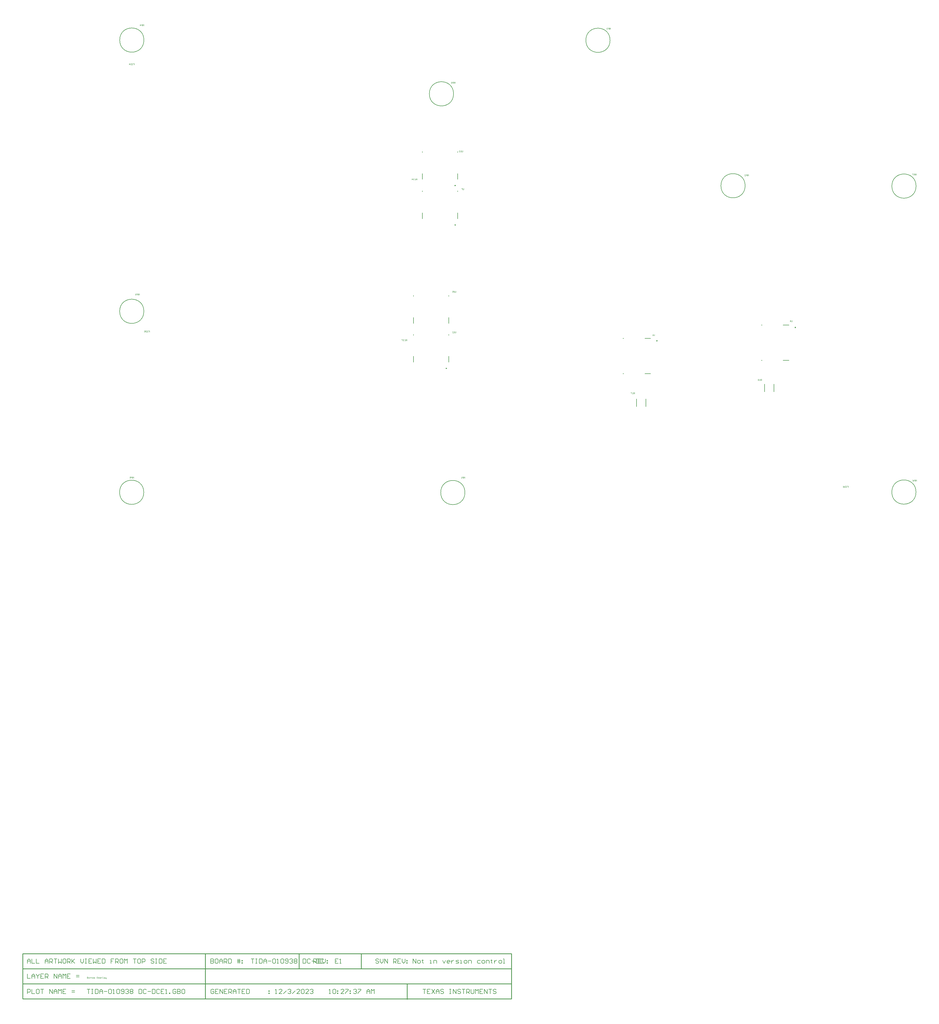
<source format=gbo>
G04*
G04 #@! TF.GenerationSoftware,Altium Limited,Altium Designer,23.1.1 (15)*
G04*
G04 Layer_Color=32896*
%FSAX44Y44*%
%MOMM*%
G71*
G04*
G04 #@! TF.SameCoordinates,A3571568-9A21-437D-865F-2304E57EA7B7*
G04*
G04*
G04 #@! TF.FilePolarity,Positive*
G04*
G01*
G75*
%ADD12C,0.2500*%
%ADD19C,0.1500*%
%ADD21C,0.1250*%
%ADD22C,0.2540*%
%ADD28C,0.2032*%
G54D12*
X02328317Y00615103D02*
G03*
X02328317Y00615103I-00001250J00000000D01*
G01*
X01853406Y00569345D02*
G03*
X01853406Y00569345I-00001250J00000000D01*
G01*
X01161081Y00966789D02*
G03*
X01161081Y00966789I-00001250J00000000D01*
G01*
Y01102000D02*
G03*
X01161081Y01102000I-00001250J00000000D01*
G01*
X01130624Y00474737D02*
G03*
X01130624Y00474737I-00001250J00000000D01*
G01*
G54D19*
X00091504Y00670459D02*
G03*
X00091504Y00670459I-00041500J00000000D01*
G01*
X01193338Y00048695D02*
G03*
X01193338Y00048695I-00041500J00000000D01*
G01*
X02154931Y01101228D02*
G03*
X02154931Y01101228I-00041500J00000000D01*
G01*
X01691355Y01600172D02*
G03*
X01691355Y01600172I-00041500J00000000D01*
G01*
X00091673Y01600894D02*
G03*
X00091673Y01600894I-00041500J00000000D01*
G01*
X00091216Y00049603D02*
G03*
X00091216Y00049603I-00041500J00000000D01*
G01*
X02741305Y00050346D02*
G03*
X02741305Y00050346I-00041500J00000000D01*
G01*
X02741500Y01100000D02*
G03*
X02741500Y01100000I-00041500J00000000D01*
G01*
X01154271Y01416528D02*
G03*
X01154271Y01416528I-00041500J00000000D01*
G01*
X02285572Y00623603D02*
X02305817D01*
X02210317D02*
X02212917D01*
X02285572Y00502603D02*
X02305817D01*
X02210317D02*
X02212917D01*
X01016874Y00722056D02*
Y00724656D01*
Y00629156D02*
Y00649401D01*
X01137875Y00722056D02*
Y00724656D01*
Y00629156D02*
Y00649401D01*
X02253915Y00394378D02*
Y00420878D01*
X02221415Y00394378D02*
Y00420878D01*
X01782171Y00343583D02*
Y00370083D01*
X01814671Y00343583D02*
Y00370083D01*
X01735406Y00456845D02*
X01738006D01*
X01810661D02*
X01830906D01*
X01735406Y00577845D02*
X01738006D01*
X01810661D02*
X01830906D01*
X01168332Y00988039D02*
Y01008284D01*
Y01080939D02*
Y01083539D01*
X01047331Y00988039D02*
Y01008284D01*
Y01080939D02*
Y01083539D01*
Y01216150D02*
Y01218749D01*
Y01123250D02*
Y01143494D01*
X01168332Y01216150D02*
Y01218749D01*
Y01123250D02*
Y01143494D01*
X01137875Y00495987D02*
Y00516232D01*
Y00588887D02*
Y00591487D01*
X01016874Y00495987D02*
Y00516232D01*
Y00588887D02*
Y00591487D01*
G54D21*
X-00103442Y-01613059D02*
Y-01618057D01*
X-00100943D01*
X-00100110Y-01617224D01*
Y-01616391D01*
X-00100943Y-01615558D01*
X-00103442D01*
X-00100943D01*
X-00100110Y-01614725D01*
Y-01613892D01*
X-00100943Y-01613059D01*
X-00103442D01*
X-00097611Y-01618057D02*
X-00095944D01*
X-00095111Y-01617224D01*
Y-01615558D01*
X-00095944Y-01614725D01*
X-00097611D01*
X-00098444Y-01615558D01*
Y-01617224D01*
X-00097611Y-01618057D01*
X-00092612Y-01613892D02*
Y-01614725D01*
X-00093445D01*
X-00091779D01*
X-00092612D01*
Y-01617224D01*
X-00091779Y-01618057D01*
X-00088447Y-01613892D02*
Y-01614725D01*
X-00089280D01*
X-00087614D01*
X-00088447D01*
Y-01617224D01*
X-00087614Y-01618057D01*
X-00084282D02*
X-00082615D01*
X-00081782Y-01617224D01*
Y-01615558D01*
X-00082615Y-01614725D01*
X-00084282D01*
X-00085115Y-01615558D01*
Y-01617224D01*
X-00084282Y-01618057D01*
X-00080116D02*
Y-01614725D01*
X-00079283D01*
X-00078450Y-01615558D01*
Y-01618057D01*
Y-01615558D01*
X-00077617Y-01614725D01*
X-00076784Y-01615558D01*
Y-01618057D01*
X-00067620Y-01613059D02*
X-00069286D01*
X-00070120Y-01613892D01*
Y-01617224D01*
X-00069286Y-01618057D01*
X-00067620D01*
X-00066787Y-01617224D01*
Y-01613892D01*
X-00067620Y-01613059D01*
X-00065121Y-01614725D02*
X-00063455Y-01618057D01*
X-00061789Y-01614725D01*
X-00057624Y-01618057D02*
X-00059290D01*
X-00060123Y-01617224D01*
Y-01615558D01*
X-00059290Y-01614725D01*
X-00057624D01*
X-00056790Y-01615558D01*
Y-01616391D01*
X-00060123D01*
X-00055124Y-01614725D02*
Y-01618057D01*
Y-01616391D01*
X-00054291Y-01615558D01*
X-00053458Y-01614725D01*
X-00052625D01*
X-00050126Y-01618057D02*
X-00048460D01*
X-00049293D01*
Y-01613059D01*
X-00050126D01*
X-00045128Y-01614725D02*
X-00043462D01*
X-00042628Y-01615558D01*
Y-01618057D01*
X-00045128D01*
X-00045961Y-01617224D01*
X-00045128Y-01616391D01*
X-00042628D01*
X-00040962Y-01614725D02*
Y-01617224D01*
X-00040129Y-01618057D01*
X-00037630D01*
Y-01618890D01*
X-00038463Y-01619724D01*
X-00039296D01*
X-00037630Y-01618057D02*
Y-01614725D01*
X02505415Y00071191D02*
X02508747D01*
Y00068692D01*
X02507081D01*
X02508747D01*
Y00066192D01*
X02503749Y00071191D02*
X02502083D01*
X02502916D01*
Y00066192D01*
X02503749D01*
X02502083D01*
X02499583Y00071191D02*
Y00066192D01*
X02497084D01*
X02496251Y00067025D01*
Y00070358D01*
X02497084Y00071191D01*
X02499583D01*
X02491253D02*
X02492919Y00070358D01*
X02494585Y00068692D01*
Y00067025D01*
X02493752Y00066192D01*
X02492086D01*
X02491253Y00067025D01*
Y00067858D01*
X02492086Y00068692D01*
X02494585D01*
X00107220Y00603627D02*
X00110553D01*
Y00601128D01*
X00108886D01*
X00110553D01*
Y00598629D01*
X00105554Y00603627D02*
X00103888D01*
X00104721D01*
Y00598629D01*
X00105554D01*
X00103888D01*
X00101389Y00603627D02*
Y00598629D01*
X00098890D01*
X00098057Y00599462D01*
Y00602794D01*
X00098890Y00603627D01*
X00101389D01*
X00093058D02*
X00096390D01*
Y00601128D01*
X00094724Y00601961D01*
X00093891D01*
X00093058Y00601128D01*
Y00599462D01*
X00093891Y00598629D01*
X00095557D01*
X00096390Y00599462D01*
X00055088Y01520914D02*
X00058421D01*
Y01518415D01*
X00056754D01*
X00058421D01*
Y01515916D01*
X00053422Y01520914D02*
X00051756D01*
X00052589D01*
Y01515916D01*
X00053422D01*
X00051756D01*
X00049257Y01520914D02*
Y01515916D01*
X00046758D01*
X00045925Y01516749D01*
Y01520081D01*
X00046758Y01520914D01*
X00049257D01*
X00041759Y01515916D02*
Y01520914D01*
X00044259Y01518415D01*
X00040926D01*
X00076106Y00725488D02*
Y00730486D01*
X00074440Y00728820D01*
X00072774Y00730486D01*
Y00725488D01*
X00071108D02*
Y00730486D01*
X00068609D01*
X00067776Y00729653D01*
Y00727987D01*
X00068609Y00727154D01*
X00071108D01*
X00066110Y00726321D02*
X00065277Y00725488D01*
X00063611D01*
X00062777Y00726321D01*
Y00729653D01*
X00063611Y00730486D01*
X00065277D01*
X00066110Y00729653D01*
Y00728820D01*
X00065277Y00727987D01*
X00062777D01*
X01162774Y00739905D02*
Y00735740D01*
X01161941Y00734906D01*
X01160275D01*
X01159442Y00735740D01*
Y00739905D01*
X01157776Y00734906D02*
X01156110D01*
X01156943D01*
Y00739905D01*
X01157776Y00739072D01*
X01150278Y00739905D02*
X01153611D01*
Y00737406D01*
X01151944Y00738239D01*
X01151111D01*
X01150278Y00737406D01*
Y00735740D01*
X01151111Y00734906D01*
X01152777D01*
X01153611Y00735740D01*
X01159514Y01452501D02*
Y01457499D01*
X01157848Y01455833D01*
X01156182Y01457499D01*
Y01452501D01*
X01154516D02*
Y01457499D01*
X01152017D01*
X01151184Y01456666D01*
Y01455000D01*
X01152017Y01454167D01*
X01154516D01*
X01149518Y01456666D02*
X01148685Y01457499D01*
X01147019D01*
X01146186Y01456666D01*
Y01455833D01*
X01147019Y01455000D01*
X01146186Y01454167D01*
Y01453334D01*
X01147019Y01452501D01*
X01148685D01*
X01149518Y01453334D01*
Y01454167D01*
X01148685Y01455000D01*
X01149518Y01455833D01*
Y01456666D01*
X01148685Y01455000D02*
X01147019D01*
X00993747Y00569143D02*
Y00574141D01*
X00991248D01*
X00990415Y00573308D01*
Y00571642D01*
X00991248Y00570809D01*
X00993747D01*
X00992081D02*
X00990415Y00569143D01*
X00988749D02*
X00987083D01*
X00987916D01*
Y00574141D01*
X00988749Y00573308D01*
X00984584D02*
X00983750Y00574141D01*
X00982084D01*
X00981251Y00573308D01*
Y00572475D01*
X00982084Y00571642D01*
X00982917D01*
X00982084D01*
X00981251Y00570809D01*
Y00569976D01*
X00982084Y00569143D01*
X00983750D01*
X00984584Y00569976D01*
X00979585Y00574141D02*
X00976253D01*
Y00573308D01*
X00979585Y00569976D01*
Y00569143D01*
X01028747Y01120750D02*
Y01125749D01*
X01026248D01*
X01025415Y01124916D01*
Y01123250D01*
X01026248Y01122417D01*
X01028747D01*
X01027081D02*
X01025415Y01120750D01*
X01023749D02*
X01022083D01*
X01022916D01*
Y01125749D01*
X01023749Y01124916D01*
X01019583D02*
X01018750Y01125749D01*
X01017084D01*
X01016251Y01124916D01*
Y01124083D01*
X01017084Y01123250D01*
X01017917D01*
X01017084D01*
X01016251Y01122417D01*
Y01121583D01*
X01017084Y01120750D01*
X01018750D01*
X01019583Y01121583D01*
X01012086Y01120750D02*
Y01125749D01*
X01014585Y01123250D01*
X01011253D01*
X02742352Y01137501D02*
Y01142499D01*
X02740686Y01140833D01*
X02739019Y01142499D01*
Y01137501D01*
X02737354D02*
Y01142499D01*
X02734854D01*
X02734021Y01141666D01*
Y01140000D01*
X02734854Y01139167D01*
X02737354D01*
X02732355Y01142499D02*
X02729023D01*
Y01141666D01*
X02732355Y01138334D01*
Y01137501D01*
X02742820Y00087501D02*
Y00092499D01*
X02741154Y00090833D01*
X02739487Y00092499D01*
Y00087501D01*
X02737821D02*
Y00092499D01*
X02735322D01*
X02734489Y00091666D01*
Y00090000D01*
X02735322Y00089167D01*
X02737821D01*
X02729491Y00092499D02*
X02731157Y00091666D01*
X02732823Y00090000D01*
Y00088334D01*
X02731990Y00087501D01*
X02730324D01*
X02729491Y00088334D01*
Y00089167D01*
X02730324Y00090000D01*
X02732823D01*
X00056665Y00097501D02*
Y00102499D01*
X00054998Y00100833D01*
X00053332Y00102499D01*
Y00097501D01*
X00051666D02*
Y00102499D01*
X00049167D01*
X00048334Y00101666D01*
Y00100000D01*
X00049167Y00099167D01*
X00051666D01*
X00043335Y00102499D02*
X00046668D01*
Y00100000D01*
X00045002Y00100833D01*
X00044169D01*
X00043335Y00100000D01*
Y00098334D01*
X00044169Y00097501D01*
X00045835D01*
X00046668Y00098334D01*
X00091122Y01649369D02*
Y01654368D01*
X00089456Y01652701D01*
X00087790Y01654368D01*
Y01649369D01*
X00086124D02*
Y01654368D01*
X00083624D01*
X00082791Y01653535D01*
Y01651868D01*
X00083624Y01651035D01*
X00086124D01*
X00078626Y01649369D02*
Y01654368D01*
X00081125Y01651868D01*
X00077793D01*
X01692869Y01637501D02*
Y01642499D01*
X01691203Y01640833D01*
X01689537Y01642499D01*
Y01637501D01*
X01687871D02*
Y01642499D01*
X01685372D01*
X01684539Y01641666D01*
Y01640000D01*
X01685372Y01639167D01*
X01687871D01*
X01682872Y01641666D02*
X01682039Y01642499D01*
X01680373D01*
X01679540Y01641666D01*
Y01640833D01*
X01680373Y01640000D01*
X01681206D01*
X01680373D01*
X01679540Y01639167D01*
Y01638334D01*
X01680373Y01637501D01*
X01682039D01*
X01682872Y01638334D01*
X02166664Y01134863D02*
Y01139861D01*
X02164998Y01138195D01*
X02163332Y01139861D01*
Y01134863D01*
X02161666D02*
Y01139861D01*
X02159167D01*
X02158334Y01139028D01*
Y01137362D01*
X02159167Y01136529D01*
X02161666D01*
X02153336Y01134863D02*
X02156668D01*
X02153336Y01138195D01*
Y01139028D01*
X02154169Y01139861D01*
X02155835D01*
X02156668Y01139028D01*
X01192720Y00097175D02*
Y00102174D01*
X01191054Y00100507D01*
X01189388Y00102174D01*
Y00097175D01*
X01187722D02*
Y00102174D01*
X01185222D01*
X01184389Y00101341D01*
Y00099674D01*
X01185222Y00098841D01*
X01187722D01*
X01182723Y00097175D02*
X01181057D01*
X01181890D01*
Y00102174D01*
X01182723Y00101341D01*
X01162774Y00601404D02*
Y00597239D01*
X01161941Y00596406D01*
X01160275D01*
X01159442Y00597239D01*
Y00601404D01*
X01157776Y00596406D02*
X01156110D01*
X01156943D01*
Y00601404D01*
X01157776Y00600571D01*
X01150278Y00596406D02*
X01153611D01*
X01150278Y00599738D01*
Y00600571D01*
X01151111Y00601404D01*
X01152777D01*
X01153611Y00600571D01*
X01186076Y01221697D02*
Y01217531D01*
X01185243Y01216698D01*
X01183577D01*
X01182744Y01217531D01*
Y01221697D01*
X01181078Y01216698D02*
X01179412D01*
X01180245D01*
Y01221697D01*
X01181078Y01220864D01*
X01176913D02*
X01176080Y01221697D01*
X01174414D01*
X01173580Y01220864D01*
Y01217531D01*
X01174414Y01216698D01*
X01176080D01*
X01176913Y01217531D01*
Y01220864D01*
X01189936Y01092499D02*
Y01088334D01*
X01189103Y01087501D01*
X01187437D01*
X01186603Y01088334D01*
Y01092499D01*
X01184937D02*
X01181605D01*
Y01091666D01*
X01184937Y01088334D01*
Y01087501D01*
X02316791Y00639566D02*
Y00635401D01*
X02315958Y00634568D01*
X02314292D01*
X02313458Y00635401D01*
Y00639566D01*
X02309293Y00634568D02*
Y00639566D01*
X02311792Y00637067D01*
X02308460D01*
X01844027Y00591480D02*
Y00587315D01*
X01843194Y00586482D01*
X01841528D01*
X01840695Y00587315D01*
Y00591480D01*
X01839029Y00586482D02*
X01837363D01*
X01838196D01*
Y00591480D01*
X01839029Y00590647D01*
X02211248Y00432501D02*
Y00437499D01*
X02208749D01*
X02207916Y00436666D01*
Y00435000D01*
X02208749Y00434167D01*
X02211248D01*
X02209582D02*
X02207916Y00432501D01*
X02206250D02*
X02204583D01*
X02205417D01*
Y00437499D01*
X02206250Y00436666D01*
X02202084D02*
X02201251Y00437499D01*
X02199585D01*
X02198752Y00436666D01*
Y00435833D01*
X02199585Y00435000D01*
X02198752Y00434167D01*
Y00433334D01*
X02199585Y00432501D01*
X02201251D01*
X02202084Y00433334D01*
Y00434167D01*
X02201251Y00435000D01*
X02202084Y00435833D01*
Y00436666D01*
X02201251Y00435000D02*
X02199585D01*
X01775081Y00386834D02*
Y00391832D01*
X01772582D01*
X01771749Y00390999D01*
Y00389333D01*
X01772582Y00388500D01*
X01775081D01*
X01773415D02*
X01771749Y00386834D01*
X01770083D02*
X01768417D01*
X01769250D01*
Y00391832D01*
X01770083Y00390999D01*
X01765918Y00391832D02*
X01762585D01*
Y00390999D01*
X01765918Y00387667D01*
Y00386834D01*
G54D22*
X00995108Y-01689560D02*
Y-01638040D01*
X00693102Y-01687909D02*
X01352740D01*
Y-01532969D01*
X00301942Y-01687909D02*
Y-01532969D01*
X-00324168Y-01687909D02*
Y-01532969D01*
X-00324041Y-01687909D02*
X00076136D01*
X-00324041D02*
Y-01532969D01*
Y-01532969D02*
X01352740D01*
X-00324168Y-01687909D02*
X00693102D01*
X-00324168Y-01636262D02*
X01352232D01*
X-00324168Y-01584616D02*
X01352740D01*
X00623760D02*
Y-01532969D01*
X00837120Y-01584616D02*
Y-01532969D01*
G54D28*
X01048702Y-01655106D02*
X01058859D01*
X01053780D01*
Y-01670341D01*
X01074094Y-01655106D02*
X01063937D01*
Y-01670341D01*
X01074094D01*
X01063937Y-01662724D02*
X01069015D01*
X01079172Y-01655106D02*
X01089329Y-01670341D01*
Y-01655106D02*
X01079172Y-01670341D01*
X01094407D02*
Y-01660184D01*
X01099486Y-01655106D01*
X01104564Y-01660184D01*
Y-01670341D01*
Y-01662724D01*
X01094407D01*
X01119799Y-01657645D02*
X01117260Y-01655106D01*
X01112181D01*
X01109642Y-01657645D01*
Y-01660184D01*
X01112181Y-01662724D01*
X01117260D01*
X01119799Y-01665263D01*
Y-01667802D01*
X01117260Y-01670341D01*
X01112181D01*
X01109642Y-01667802D01*
X01140113Y-01655106D02*
X01145191D01*
X01142652D01*
Y-01670341D01*
X01140113D01*
X01145191D01*
X01152808D02*
Y-01655106D01*
X01162965Y-01670341D01*
Y-01655106D01*
X01178200Y-01657645D02*
X01175661Y-01655106D01*
X01170583D01*
X01168043Y-01657645D01*
Y-01660184D01*
X01170583Y-01662724D01*
X01175661D01*
X01178200Y-01665263D01*
Y-01667802D01*
X01175661Y-01670341D01*
X01170583D01*
X01168043Y-01667802D01*
X01183279Y-01655106D02*
X01193435D01*
X01188357D01*
Y-01670341D01*
X01198514D02*
Y-01655106D01*
X01206131D01*
X01208670Y-01657645D01*
Y-01662724D01*
X01206131Y-01665263D01*
X01198514D01*
X01203592D02*
X01208670Y-01670341D01*
X01213749Y-01655106D02*
Y-01667802D01*
X01216288Y-01670341D01*
X01221366D01*
X01223905Y-01667802D01*
Y-01655106D01*
X01228984Y-01670341D02*
Y-01655106D01*
X01234062Y-01660184D01*
X01239140Y-01655106D01*
Y-01670341D01*
X01254376Y-01655106D02*
X01244219D01*
Y-01670341D01*
X01254376D01*
X01244219Y-01662724D02*
X01249297D01*
X01259454Y-01670341D02*
Y-01655106D01*
X01269611Y-01670341D01*
Y-01655106D01*
X01274689D02*
X01284846D01*
X01279767D01*
Y-01670341D01*
X01300081Y-01657645D02*
X01297542Y-01655106D01*
X01292463D01*
X01289924Y-01657645D01*
Y-01660184D01*
X01292463Y-01662724D01*
X01297542D01*
X01300081Y-01665263D01*
Y-01667802D01*
X01297542Y-01670341D01*
X01292463D01*
X01289924Y-01667802D01*
X00727519Y-01670341D02*
X00732597D01*
X00730058D01*
Y-01655106D01*
X00727519Y-01657645D01*
X00740215D02*
X00742754Y-01655106D01*
X00747832D01*
X00750372Y-01657645D01*
Y-01667802D01*
X00747832Y-01670341D01*
X00742754D01*
X00740215Y-01667802D01*
Y-01657645D01*
X00755450Y-01660184D02*
X00757989D01*
Y-01662724D01*
X00755450D01*
Y-01660184D01*
Y-01667802D02*
X00757989D01*
Y-01670341D01*
X00755450D01*
Y-01667802D01*
X00778303Y-01670341D02*
X00768146D01*
X00778303Y-01660184D01*
Y-01657645D01*
X00775763Y-01655106D01*
X00770685D01*
X00768146Y-01657645D01*
X00783381Y-01655106D02*
X00793538D01*
Y-01657645D01*
X00783381Y-01667802D01*
Y-01670341D01*
X00798616Y-01660184D02*
X00801155D01*
Y-01662724D01*
X00798616D01*
Y-01660184D01*
Y-01667802D02*
X00801155D01*
Y-01670341D01*
X00798616D01*
Y-01667802D01*
X00811312Y-01657645D02*
X00813851Y-01655106D01*
X00818929D01*
X00821469Y-01657645D01*
Y-01660184D01*
X00818929Y-01662724D01*
X00816390D01*
X00818929D01*
X00821469Y-01665263D01*
Y-01667802D01*
X00818929Y-01670341D01*
X00813851D01*
X00811312Y-01667802D01*
X00826547Y-01655106D02*
X00836704D01*
Y-01657645D01*
X00826547Y-01667802D01*
Y-01670341D01*
X00857017D02*
Y-01660184D01*
X00862095Y-01655106D01*
X00867174Y-01660184D01*
Y-01670341D01*
Y-01662724D01*
X00857017D01*
X00872252Y-01670341D02*
Y-01655106D01*
X00877330Y-01660184D01*
X00882409Y-01655106D01*
Y-01670341D01*
X-00308039D02*
Y-01655106D01*
X-00300421D01*
X-00297882Y-01657645D01*
Y-01662724D01*
X-00300421Y-01665263D01*
X-00308039D01*
X-00292804Y-01655106D02*
Y-01670341D01*
X-00282647D01*
X-00269951Y-01655106D02*
X-00275030D01*
X-00277569Y-01657645D01*
Y-01667802D01*
X-00275030Y-01670341D01*
X-00269951D01*
X-00267412Y-01667802D01*
Y-01657645D01*
X-00269951Y-01655106D01*
X-00262334D02*
X-00252177D01*
X-00257255D01*
Y-01670341D01*
X-00231864D02*
Y-01655106D01*
X-00221707Y-01670341D01*
Y-01655106D01*
X-00216628Y-01670341D02*
Y-01660184D01*
X-00211550Y-01655106D01*
X-00206472Y-01660184D01*
Y-01670341D01*
Y-01662724D01*
X-00216628D01*
X-00201394Y-01670341D02*
Y-01655106D01*
X-00196315Y-01660184D01*
X-00191237Y-01655106D01*
Y-01670341D01*
X-00176002Y-01655106D02*
X-00186158D01*
Y-01670341D01*
X-00176002D01*
X-00186158Y-01662724D02*
X-00181080D01*
X-00155688Y-01665263D02*
X-00145532D01*
X-00155688Y-01660184D02*
X-00145532D01*
X-00308039Y-01602822D02*
Y-01618057D01*
X-00297882D01*
X-00292804D02*
Y-01607901D01*
X-00287726Y-01602822D01*
X-00282647Y-01607901D01*
Y-01618057D01*
Y-01610440D01*
X-00292804D01*
X-00277569Y-01602822D02*
Y-01605361D01*
X-00272491Y-01610440D01*
X-00267412Y-01605361D01*
Y-01602822D01*
X-00272491Y-01610440D02*
Y-01618057D01*
X-00252177Y-01602822D02*
X-00262334D01*
Y-01618057D01*
X-00252177D01*
X-00262334Y-01610440D02*
X-00257255D01*
X-00247099Y-01618057D02*
Y-01602822D01*
X-00239481D01*
X-00236942Y-01605361D01*
Y-01610440D01*
X-00239481Y-01612979D01*
X-00247099D01*
X-00242020D02*
X-00236942Y-01618057D01*
X-00216628D02*
Y-01602822D01*
X-00206472Y-01618057D01*
Y-01602822D01*
X-00201394Y-01618057D02*
Y-01607901D01*
X-00196315Y-01602822D01*
X-00191237Y-01607901D01*
Y-01618057D01*
Y-01610440D01*
X-00201394D01*
X-00186158Y-01618057D02*
Y-01602822D01*
X-00181080Y-01607901D01*
X-00176002Y-01602822D01*
Y-01618057D01*
X-00160767Y-01602822D02*
X-00170923D01*
Y-01618057D01*
X-00160767D01*
X-00170923Y-01610440D02*
X-00165845D01*
X-00140453Y-01612979D02*
X-00130296D01*
X-00140453Y-01607901D02*
X-00130296D01*
X00320992Y-01551304D02*
Y-01566539D01*
X00328610D01*
X00331149Y-01564000D01*
Y-01561461D01*
X00328610Y-01558922D01*
X00320992D01*
X00328610D01*
X00331149Y-01556383D01*
Y-01553844D01*
X00328610Y-01551304D01*
X00320992D01*
X00343845D02*
X00338766D01*
X00336227Y-01553844D01*
Y-01564000D01*
X00338766Y-01566539D01*
X00343845D01*
X00346384Y-01564000D01*
Y-01553844D01*
X00343845Y-01551304D01*
X00351462Y-01566539D02*
Y-01556383D01*
X00356540Y-01551304D01*
X00361619Y-01556383D01*
Y-01566539D01*
Y-01558922D01*
X00351462D01*
X00366697Y-01566539D02*
Y-01551304D01*
X00374315D01*
X00376854Y-01553844D01*
Y-01558922D01*
X00374315Y-01561461D01*
X00366697D01*
X00371776D02*
X00376854Y-01566539D01*
X00381932Y-01551304D02*
Y-01566539D01*
X00389550D01*
X00392089Y-01564000D01*
Y-01553844D01*
X00389550Y-01551304D01*
X00381932D01*
X00414942Y-01566539D02*
Y-01551304D01*
X00420020D02*
Y-01566539D01*
X00412402Y-01556383D02*
X00420020D01*
X00422559D01*
X00412402Y-01561461D02*
X00422559D01*
X00427637Y-01556383D02*
X00430177D01*
Y-01558922D01*
X00427637D01*
Y-01556383D01*
Y-01564000D02*
X00430177D01*
Y-01566539D01*
X00427637D01*
Y-01564000D01*
X00459549Y-01551304D02*
X00469706D01*
X00464627D01*
Y-01566539D01*
X00474784Y-01551304D02*
X00479862D01*
X00477323D01*
Y-01566539D01*
X00474784D01*
X00479862D01*
X00487480Y-01551304D02*
Y-01566539D01*
X00495098D01*
X00497637Y-01564000D01*
Y-01553844D01*
X00495098Y-01551304D01*
X00487480D01*
X00502715Y-01566539D02*
Y-01556383D01*
X00507793Y-01551304D01*
X00512872Y-01556383D01*
Y-01566539D01*
Y-01558922D01*
X00502715D01*
X00517950D02*
X00528107D01*
X00533185Y-01553844D02*
X00535724Y-01551304D01*
X00540803D01*
X00543342Y-01553844D01*
Y-01564000D01*
X00540803Y-01566539D01*
X00535724D01*
X00533185Y-01564000D01*
Y-01553844D01*
X00548420Y-01566539D02*
X00553499D01*
X00550960D01*
Y-01551304D01*
X00548420Y-01553844D01*
X00561116D02*
X00563655Y-01551304D01*
X00568734D01*
X00571273Y-01553844D01*
Y-01564000D01*
X00568734Y-01566539D01*
X00563655D01*
X00561116Y-01564000D01*
Y-01553844D01*
X00576351Y-01564000D02*
X00578890Y-01566539D01*
X00583969D01*
X00586508Y-01564000D01*
Y-01553844D01*
X00583969Y-01551304D01*
X00578890D01*
X00576351Y-01553844D01*
Y-01556383D01*
X00578890Y-01558922D01*
X00586508D01*
X00591586Y-01553844D02*
X00594126Y-01551304D01*
X00599204D01*
X00601743Y-01553844D01*
Y-01556383D01*
X00599204Y-01558922D01*
X00596665D01*
X00599204D01*
X00601743Y-01561461D01*
Y-01564000D01*
X00599204Y-01566539D01*
X00594126D01*
X00591586Y-01564000D01*
X00606821Y-01553844D02*
X00609361Y-01551304D01*
X00614439D01*
X00616978Y-01553844D01*
Y-01556383D01*
X00614439Y-01558922D01*
X00616978Y-01561461D01*
Y-01564000D01*
X00614439Y-01566539D01*
X00609361D01*
X00606821Y-01564000D01*
Y-01561461D01*
X00609361Y-01558922D01*
X00606821Y-01556383D01*
Y-01553844D01*
X00609361Y-01558922D02*
X00614439D01*
X00637291Y-01551304D02*
Y-01566539D01*
X00644909D01*
X00647448Y-01564000D01*
Y-01553844D01*
X00644909Y-01551304D01*
X00637291D01*
X00662683Y-01553844D02*
X00660144Y-01551304D01*
X00655066D01*
X00652527Y-01553844D01*
Y-01564000D01*
X00655066Y-01566539D01*
X00660144D01*
X00662683Y-01564000D01*
X00667762Y-01558922D02*
X00677918D01*
X00682997Y-01551304D02*
Y-01566539D01*
X00690614D01*
X00693154Y-01564000D01*
Y-01553844D01*
X00690614Y-01551304D01*
X00682997D01*
X00708389Y-01553844D02*
X00705849Y-01551304D01*
X00700771D01*
X00698232Y-01553844D01*
Y-01564000D01*
X00700771Y-01566539D01*
X00705849D01*
X00708389Y-01564000D01*
X00758250Y-01551304D02*
X00748093D01*
Y-01566539D01*
X00758250D01*
X00748093Y-01558922D02*
X00753171D01*
X00763328Y-01566539D02*
X00768406D01*
X00765867D01*
Y-01551304D01*
X00763328Y-01553844D01*
X-00308039Y-01566539D02*
Y-01556383D01*
X-00302961Y-01551304D01*
X-00297882Y-01556383D01*
Y-01566539D01*
Y-01558922D01*
X-00308039D01*
X-00292804Y-01551304D02*
Y-01566539D01*
X-00282647D01*
X-00277569Y-01551304D02*
Y-01566539D01*
X-00267412D01*
X-00247099D02*
Y-01556383D01*
X-00242020Y-01551304D01*
X-00236942Y-01556383D01*
Y-01566539D01*
Y-01558922D01*
X-00247099D01*
X-00231864Y-01566539D02*
Y-01551304D01*
X-00224246D01*
X-00221707Y-01553844D01*
Y-01558922D01*
X-00224246Y-01561461D01*
X-00231864D01*
X-00226785D02*
X-00221707Y-01566539D01*
X-00216628Y-01551304D02*
X-00206472D01*
X-00211550D01*
Y-01566539D01*
X-00201394Y-01551304D02*
Y-01566539D01*
X-00196315Y-01561461D01*
X-00191237Y-01566539D01*
Y-01551304D01*
X-00178541D02*
X-00183619D01*
X-00186158Y-01553844D01*
Y-01564000D01*
X-00183619Y-01566539D01*
X-00178541D01*
X-00176002Y-01564000D01*
Y-01553844D01*
X-00178541Y-01551304D01*
X-00170923Y-01566539D02*
Y-01551304D01*
X-00163306D01*
X-00160767Y-01553844D01*
Y-01558922D01*
X-00163306Y-01561461D01*
X-00170923D01*
X-00165845D02*
X-00160767Y-01566539D01*
X-00155688Y-01551304D02*
Y-01566539D01*
Y-01561461D01*
X-00145532Y-01551304D01*
X-00153149Y-01558922D01*
X-00145532Y-01566539D01*
X-00125218Y-01551304D02*
Y-01561461D01*
X-00120140Y-01566539D01*
X-00115061Y-01561461D01*
Y-01551304D01*
X-00109983D02*
X-00104905D01*
X-00107444D01*
Y-01566539D01*
X-00109983D01*
X-00104905D01*
X-00087130Y-01551304D02*
X-00097287D01*
Y-01566539D01*
X-00087130D01*
X-00097287Y-01558922D02*
X-00092209D01*
X-00082052Y-01551304D02*
Y-01566539D01*
X-00076974Y-01561461D01*
X-00071895Y-01566539D01*
Y-01551304D01*
X-00056660D02*
X-00066817D01*
Y-01566539D01*
X-00056660D01*
X-00066817Y-01558922D02*
X-00061739D01*
X-00051582Y-01551304D02*
Y-01566539D01*
X-00043964D01*
X-00041425Y-01564000D01*
Y-01553844D01*
X-00043964Y-01551304D01*
X-00051582D01*
X-00010955D02*
X-00021112D01*
Y-01558922D01*
X-00016033D01*
X-00021112D01*
Y-01566539D01*
X-00005877D02*
Y-01551304D01*
X00001741D01*
X00004280Y-01553844D01*
Y-01558922D01*
X00001741Y-01561461D01*
X-00005877D01*
X-00000798D02*
X00004280Y-01566539D01*
X00016976Y-01551304D02*
X00011897D01*
X00009358Y-01553844D01*
Y-01564000D01*
X00011897Y-01566539D01*
X00016976D01*
X00019515Y-01564000D01*
Y-01553844D01*
X00016976Y-01551304D01*
X00024593Y-01566539D02*
Y-01551304D01*
X00029672Y-01556383D01*
X00034750Y-01551304D01*
Y-01566539D01*
X00055064Y-01551304D02*
X00065220D01*
X00060142D01*
Y-01566539D01*
X00077916Y-01551304D02*
X00072838D01*
X00070299Y-01553844D01*
Y-01564000D01*
X00072838Y-01566539D01*
X00077916D01*
X00080455Y-01564000D01*
Y-01553844D01*
X00077916Y-01551304D01*
X00085534Y-01566539D02*
Y-01551304D01*
X00093151D01*
X00095690Y-01553844D01*
Y-01558922D01*
X00093151Y-01561461D01*
X00085534D01*
X00126161Y-01553844D02*
X00123621Y-01551304D01*
X00118543D01*
X00116004Y-01553844D01*
Y-01556383D01*
X00118543Y-01558922D01*
X00123621D01*
X00126161Y-01561461D01*
Y-01564000D01*
X00123621Y-01566539D01*
X00118543D01*
X00116004Y-01564000D01*
X00131239Y-01551304D02*
X00136317D01*
X00133778D01*
Y-01566539D01*
X00131239D01*
X00136317D01*
X00143935Y-01551304D02*
Y-01566539D01*
X00151552D01*
X00154092Y-01564000D01*
Y-01553844D01*
X00151552Y-01551304D01*
X00143935D01*
X00169327D02*
X00159170D01*
Y-01566539D01*
X00169327D01*
X00159170Y-01558922D02*
X00164248D01*
X00331657Y-01657645D02*
X00329118Y-01655106D01*
X00324039D01*
X00321500Y-01657645D01*
Y-01667802D01*
X00324039Y-01670341D01*
X00329118D01*
X00331657Y-01667802D01*
Y-01662724D01*
X00326578D01*
X00346892Y-01655106D02*
X00336735D01*
Y-01670341D01*
X00346892D01*
X00336735Y-01662724D02*
X00341813D01*
X00351970Y-01670341D02*
Y-01655106D01*
X00362127Y-01670341D01*
Y-01655106D01*
X00377362D02*
X00367205D01*
Y-01670341D01*
X00377362D01*
X00367205Y-01662724D02*
X00372284D01*
X00382440Y-01670341D02*
Y-01655106D01*
X00390058D01*
X00392597Y-01657645D01*
Y-01662724D01*
X00390058Y-01665263D01*
X00382440D01*
X00387519D02*
X00392597Y-01670341D01*
X00397675D02*
Y-01660184D01*
X00402754Y-01655106D01*
X00407832Y-01660184D01*
Y-01670341D01*
Y-01662724D01*
X00397675D01*
X00412910Y-01655106D02*
X00423067D01*
X00417989D01*
Y-01670341D01*
X00438302Y-01655106D02*
X00428145D01*
Y-01670341D01*
X00438302D01*
X00428145Y-01662724D02*
X00433224D01*
X00443381Y-01655106D02*
Y-01670341D01*
X00450998D01*
X00453537Y-01667802D01*
Y-01657645D01*
X00450998Y-01655106D01*
X00443381D01*
X00519556Y-01660184D02*
X00522095D01*
Y-01662724D01*
X00519556D01*
Y-01660184D01*
Y-01667802D02*
X00522095D01*
Y-01670341D01*
X00519556D01*
Y-01667802D01*
X00542353Y-01670341D02*
X00547431D01*
X00544892D01*
Y-01655106D01*
X00542353Y-01657645D01*
X00565206Y-01670341D02*
X00555049D01*
X00565206Y-01660184D01*
Y-01657645D01*
X00562666Y-01655106D01*
X00557588D01*
X00555049Y-01657645D01*
X00570284Y-01670341D02*
X00580441Y-01660184D01*
X00585519Y-01657645D02*
X00588058Y-01655106D01*
X00593137D01*
X00595676Y-01657645D01*
Y-01660184D01*
X00593137Y-01662724D01*
X00590597D01*
X00593137D01*
X00595676Y-01665263D01*
Y-01667802D01*
X00593137Y-01670341D01*
X00588058D01*
X00585519Y-01667802D01*
X00600754Y-01670341D02*
X00610911Y-01660184D01*
X00626146Y-01670341D02*
X00615989D01*
X00626146Y-01660184D01*
Y-01657645D01*
X00623607Y-01655106D01*
X00618528D01*
X00615989Y-01657645D01*
X00631224D02*
X00633764Y-01655106D01*
X00638842D01*
X00641381Y-01657645D01*
Y-01667802D01*
X00638842Y-01670341D01*
X00633764D01*
X00631224Y-01667802D01*
Y-01657645D01*
X00656616Y-01670341D02*
X00646459D01*
X00656616Y-01660184D01*
Y-01657645D01*
X00654077Y-01655106D01*
X00648998D01*
X00646459Y-01657645D01*
X00661694D02*
X00664234Y-01655106D01*
X00669312D01*
X00671851Y-01657645D01*
Y-01660184D01*
X00669312Y-01662724D01*
X00666773D01*
X00669312D01*
X00671851Y-01665263D01*
Y-01667802D01*
X00669312Y-01670341D01*
X00664234D01*
X00661694Y-01667802D01*
X-00103442Y-01655106D02*
X-00093285D01*
X-00098364D01*
Y-01670341D01*
X-00088207Y-01655106D02*
X-00083129D01*
X-00085668D01*
Y-01670341D01*
X-00088207D01*
X-00083129D01*
X-00075511Y-01655106D02*
Y-01670341D01*
X-00067894D01*
X-00065354Y-01667802D01*
Y-01657645D01*
X-00067894Y-01655106D01*
X-00075511D01*
X-00060276Y-01670341D02*
Y-01660184D01*
X-00055198Y-01655106D01*
X-00050119Y-01660184D01*
Y-01670341D01*
Y-01662724D01*
X-00060276D01*
X-00045041D02*
X-00034884D01*
X-00029806Y-01657645D02*
X-00027267Y-01655106D01*
X-00022188D01*
X-00019649Y-01657645D01*
Y-01667802D01*
X-00022188Y-01670341D01*
X-00027267D01*
X-00029806Y-01667802D01*
Y-01657645D01*
X-00014571Y-01670341D02*
X-00009492D01*
X-00012032D01*
Y-01655106D01*
X-00014571Y-01657645D01*
X-00001875D02*
X00000664Y-01655106D01*
X00005743D01*
X00008282Y-01657645D01*
Y-01667802D01*
X00005743Y-01670341D01*
X00000664D01*
X-00001875Y-01667802D01*
Y-01657645D01*
X00013360Y-01667802D02*
X00015899Y-01670341D01*
X00020978D01*
X00023517Y-01667802D01*
Y-01657645D01*
X00020978Y-01655106D01*
X00015899D01*
X00013360Y-01657645D01*
Y-01660184D01*
X00015899Y-01662724D01*
X00023517D01*
X00028595Y-01657645D02*
X00031135Y-01655106D01*
X00036213D01*
X00038752Y-01657645D01*
Y-01660184D01*
X00036213Y-01662724D01*
X00033674D01*
X00036213D01*
X00038752Y-01665263D01*
Y-01667802D01*
X00036213Y-01670341D01*
X00031135D01*
X00028595Y-01667802D01*
X00043830Y-01657645D02*
X00046370Y-01655106D01*
X00051448D01*
X00053987Y-01657645D01*
Y-01660184D01*
X00051448Y-01662724D01*
X00053987Y-01665263D01*
Y-01667802D01*
X00051448Y-01670341D01*
X00046370D01*
X00043830Y-01667802D01*
Y-01665263D01*
X00046370Y-01662724D01*
X00043830Y-01660184D01*
Y-01657645D01*
X00046370Y-01662724D02*
X00051448D01*
X00074300Y-01655106D02*
Y-01670341D01*
X00081918D01*
X00084457Y-01667802D01*
Y-01657645D01*
X00081918Y-01655106D01*
X00074300D01*
X00099692Y-01657645D02*
X00097153Y-01655106D01*
X00092075D01*
X00089536Y-01657645D01*
Y-01667802D01*
X00092075Y-01670341D01*
X00097153D01*
X00099692Y-01667802D01*
X00104771Y-01662724D02*
X00114927D01*
X00120006Y-01655106D02*
Y-01670341D01*
X00127623D01*
X00130162Y-01667802D01*
Y-01657645D01*
X00127623Y-01655106D01*
X00120006D01*
X00145398Y-01657645D02*
X00142858Y-01655106D01*
X00137780D01*
X00135241Y-01657645D01*
Y-01667802D01*
X00137780Y-01670341D01*
X00142858D01*
X00145398Y-01667802D01*
X00160633Y-01655106D02*
X00150476D01*
Y-01670341D01*
X00160633D01*
X00150476Y-01662724D02*
X00155554D01*
X00165711Y-01670341D02*
X00170789D01*
X00168250D01*
Y-01655106D01*
X00165711Y-01657645D01*
X00178407Y-01670341D02*
Y-01667802D01*
X00180946D01*
Y-01670341D01*
X00178407D01*
X00201259Y-01657645D02*
X00198720Y-01655106D01*
X00193642D01*
X00191103Y-01657645D01*
Y-01667802D01*
X00193642Y-01670341D01*
X00198720D01*
X00201259Y-01667802D01*
Y-01662724D01*
X00196181D01*
X00206338Y-01655106D02*
Y-01670341D01*
X00213955D01*
X00216495Y-01667802D01*
Y-01665263D01*
X00213955Y-01662724D01*
X00206338D01*
X00213955D01*
X00216495Y-01660184D01*
Y-01657645D01*
X00213955Y-01655106D01*
X00206338D01*
X00229190D02*
X00224112D01*
X00221573Y-01657645D01*
Y-01667802D01*
X00224112Y-01670341D01*
X00229190D01*
X00231730Y-01667802D01*
Y-01657645D01*
X00229190Y-01655106D01*
X00674052Y-01566539D02*
Y-01551304D01*
X00681670D01*
X00684209Y-01553844D01*
Y-01558922D01*
X00681670Y-01561461D01*
X00674052D01*
X00679130D02*
X00684209Y-01566539D01*
X00699444Y-01551304D02*
X00689287D01*
Y-01566539D01*
X00699444D01*
X00689287Y-01558922D02*
X00694365D01*
X00704522Y-01551304D02*
Y-01561461D01*
X00709601Y-01566539D01*
X00714679Y-01561461D01*
Y-01551304D01*
X00719757Y-01556383D02*
X00722296D01*
Y-01558922D01*
X00719757D01*
Y-01556383D01*
Y-01564000D02*
X00722296D01*
Y-01566539D01*
X00719757D01*
Y-01564000D01*
X00897061Y-01553844D02*
X00894522Y-01551304D01*
X00889443D01*
X00886904Y-01553844D01*
Y-01556383D01*
X00889443Y-01558922D01*
X00894522D01*
X00897061Y-01561461D01*
Y-01564000D01*
X00894522Y-01566539D01*
X00889443D01*
X00886904Y-01564000D01*
X00902139Y-01551304D02*
Y-01561461D01*
X00907217Y-01566539D01*
X00912296Y-01561461D01*
Y-01551304D01*
X00917374Y-01566539D02*
Y-01551304D01*
X00927531Y-01566539D01*
Y-01551304D01*
X00947844Y-01566539D02*
Y-01551304D01*
X00955462D01*
X00958001Y-01553844D01*
Y-01558922D01*
X00955462Y-01561461D01*
X00947844D01*
X00952923D02*
X00958001Y-01566539D01*
X00973236Y-01551304D02*
X00963079D01*
Y-01566539D01*
X00973236D01*
X00963079Y-01558922D02*
X00968158D01*
X00978315Y-01551304D02*
Y-01561461D01*
X00983393Y-01566539D01*
X00988471Y-01561461D01*
Y-01551304D01*
X00993549Y-01556383D02*
X00996089D01*
Y-01558922D01*
X00993549D01*
Y-01556383D01*
Y-01564000D02*
X00996089D01*
Y-01566539D01*
X00993549D01*
Y-01564000D01*
X01015428Y-01566539D02*
Y-01551304D01*
X01025585Y-01566539D01*
Y-01551304D01*
X01033202Y-01566539D02*
X01038281D01*
X01040820Y-01564000D01*
Y-01558922D01*
X01038281Y-01556383D01*
X01033202D01*
X01030663Y-01558922D01*
Y-01564000D01*
X01033202Y-01566539D01*
X01048437Y-01553844D02*
Y-01556383D01*
X01045898D01*
X01050976D01*
X01048437D01*
Y-01564000D01*
X01050976Y-01566539D01*
X01073829D02*
X01078907D01*
X01076368D01*
Y-01556383D01*
X01073829D01*
X01086525Y-01566539D02*
Y-01556383D01*
X01094143D01*
X01096682Y-01558922D01*
Y-01566539D01*
X01116995Y-01556383D02*
X01122074Y-01566539D01*
X01127152Y-01556383D01*
X01139848Y-01566539D02*
X01134769D01*
X01132230Y-01564000D01*
Y-01558922D01*
X01134769Y-01556383D01*
X01139848D01*
X01142387Y-01558922D01*
Y-01561461D01*
X01132230D01*
X01147465Y-01556383D02*
Y-01566539D01*
Y-01561461D01*
X01150005Y-01558922D01*
X01152544Y-01556383D01*
X01155083D01*
X01162700Y-01566539D02*
X01170318D01*
X01172857Y-01564000D01*
X01170318Y-01561461D01*
X01165240D01*
X01162700Y-01558922D01*
X01165240Y-01556383D01*
X01172857D01*
X01177935Y-01566539D02*
X01183014D01*
X01180475D01*
Y-01556383D01*
X01177935D01*
X01193170Y-01566539D02*
X01198249D01*
X01200788Y-01564000D01*
Y-01558922D01*
X01198249Y-01556383D01*
X01193170D01*
X01190631Y-01558922D01*
Y-01564000D01*
X01193170Y-01566539D01*
X01205866D02*
Y-01556383D01*
X01213484D01*
X01216023Y-01558922D01*
Y-01566539D01*
X01246493Y-01556383D02*
X01238876D01*
X01236337Y-01558922D01*
Y-01564000D01*
X01238876Y-01566539D01*
X01246493D01*
X01254111D02*
X01259189D01*
X01261728Y-01564000D01*
Y-01558922D01*
X01259189Y-01556383D01*
X01254111D01*
X01251572Y-01558922D01*
Y-01564000D01*
X01254111Y-01566539D01*
X01266807D02*
Y-01556383D01*
X01274424D01*
X01276963Y-01558922D01*
Y-01566539D01*
X01284581Y-01553844D02*
Y-01556383D01*
X01282042D01*
X01287120D01*
X01284581D01*
Y-01564000D01*
X01287120Y-01566539D01*
X01294738Y-01556383D02*
Y-01566539D01*
Y-01561461D01*
X01297277Y-01558922D01*
X01299816Y-01556383D01*
X01302355D01*
X01312512Y-01566539D02*
X01317590D01*
X01320129Y-01564000D01*
Y-01558922D01*
X01317590Y-01556383D01*
X01312512D01*
X01309973Y-01558922D01*
Y-01564000D01*
X01312512Y-01566539D01*
X01325208D02*
X01330286D01*
X01327747D01*
Y-01551304D01*
X01325208D01*
M02*

</source>
